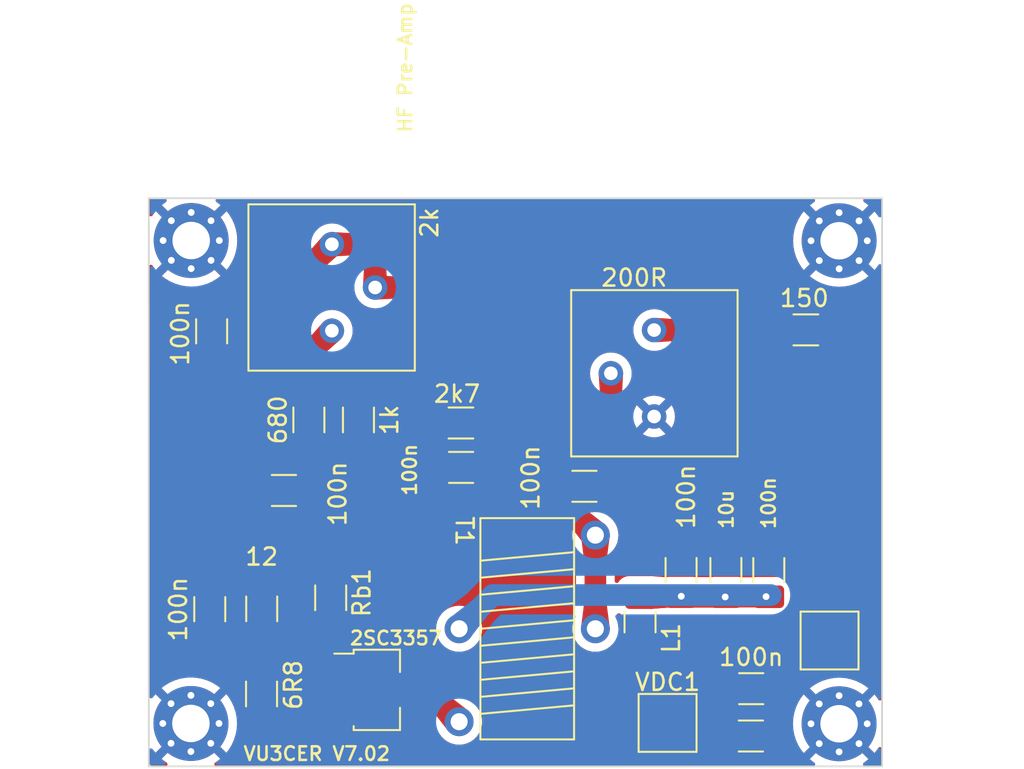
<source format=kicad_pcb>
(kicad_pcb (version 20221018) (generator pcbnew)
  (layers (0 "F.Cu" signal) (31 "B.Cu" signal) (34 "B.Paste" user) (35 "F.Paste" user) (36 "B.SilkS" user "B.Silkscreen") (37 "F.SilkS" user "F.Silkscreen") (38 "B.Mask" user) (39 "F.Mask" user) (44 "Edge.Cuts" user))
  (net 0 "")
  (net 1 "GND")
  (net 2 "Net-(IN1-In)")
  (net 3 "Net-(OUT1-In)")
  (net 4 "+12V")
  (net 5 "Net-(Q1-C)")
  (net 6 "Net-(Q1-B)")
  (net 7 "Net-(Q1-E)")
  (net 8 "Net-(C18-Pad1)")
  (net 9 "Net-(T1-AB)")
  (net 10 "Net-(C19-Pad2)")
  (net 11 "Net-(C25-Pad1)")
  (net 12 "Net-(C35-Pad1)")
  (net 13 "Net-(T1-SA)")
  (net 14 "Net-(C1-Pad2)")
  (footprint "Capacitor_SMD:C_1206_3216Metric_Pad1.33x1.80mm_HandSolder" (layer "F.Cu") (at 103.682064 101.775)
    (fp_text reference "C18" hide)
    (fp_text value "100n" (at -3.0175 0.14 90) (layer "F.SilkS") (effects (font (size 0.8 0.8))))
    (fp_line (start -0.711252 -0.91) (end 0.711252 -0.91) (stroke (width 0.12)) (layer "F.SilkS"))
    (fp_line (start -0.711252 0.91) (end 0.711252 0.91) (stroke (width 0.12)) (layer "F.SilkS"))
    (pad "1" smd roundrect (at -1.5625 0) (size 1.325 1.8) (layers "F.Cu" "F.Paste" "F.Mask") (roundrect_rratio 0.1886792453) (net 8 "Net-(C18-Pad1)"))
    (pad "2" smd roundrect (at 1.5625 0) (size 1.325 1.8) (layers "F.Cu" "F.Paste" "F.Mask") (roundrect_rratio 0.1886792453) (net 9 "Net-(T1-AB)"))
  )
  (footprint "Resistor_SMD:R_1206_3216Metric_Pad1.30x1.75mm_HandSolder" (layer "F.Cu") (at 103.672064 99.165 180)
    (fp_text reference "R5" hide)
    (fp_text value "2k7" (at 0.23 1.71 180) (layer "F.SilkS"))
    (fp_line (start -0.727064 -0.91) (end 0.727064 -0.91) (stroke (width 0.12)) (layer "F.SilkS"))
    (fp_line (start -0.727064 0.91) (end 0.727064 0.91) (stroke (width 0.12)) (layer "F.SilkS"))
    (pad "1" smd roundrect (at -1.55 0 180) (size 1.3 1.75) (layers "F.Cu" "F.Paste" "F.Mask") (roundrect_rratio 0.1923076923) (net 9 "Net-(T1-AB)"))
    (pad "2" smd roundrect (at 1.55 0 180) (size 1.3 1.75) (layers "F.Cu" "F.Paste" "F.Mask") (roundrect_rratio 0.1923076923) (net 8 "Net-(C18-Pad1)"))
  )
  (footprint "Resistor_SMD:R_1206_3216Metric_Pad1.30x1.75mm_HandSolder" (layer "F.Cu") (at 123.924564 93.695 180)
    (fp_text reference "R1" hide)
    (fp_text value "150" (at 0.09 1.86) (layer "F.SilkS"))
    (fp_line (start -0.727064 -0.91) (end 0.727064 -0.91) (stroke (width 0.12)) (layer "F.SilkS"))
    (fp_line (start -0.727064 0.91) (end 0.727064 0.91) (stroke (width 0.12)) (layer "F.SilkS"))
    (pad "1" smd roundrect (at -1.55 0 180) (size 1.3 1.75) (layers "F.Cu" "F.Paste" "F.Mask") (roundrect_rratio 0.1923076923) (net 1 "GND"))
    (pad "2" smd roundrect (at 1.55 0 180) (size 1.3 1.75) (layers "F.Cu" "F.Paste" "F.Mask") (roundrect_rratio 0.1923076923) (net 3 "Net-(OUT1-In)"))
  )
  (footprint "footprints:FT50-43 Transformer" (layer "F.Cu") (at 107.564564 119.255 180)
    (fp_text reference "T1" (at 3.69 13.74 270 unlocked) (layer "F.SilkS"))
    (fp_text value "XFMR" hide)
    (fp_line (start -2.75 1.5) (end 2.75 1.5) (stroke (width 0.12)) (layer "F.SilkS"))
    (fp_line (start -2.75 3.5) (end 2.75 3) (stroke (width 0.12)) (layer "F.SilkS"))
    (fp_line (start -2.75 4.5) (end 2.75 4) (stroke (width 0.12)) (layer "F.SilkS"))
    (fp_line (start -2.75 5.5) (end 2.75 5) (stroke (width 0.12)) (layer "F.SilkS"))
    (fp_line (start -2.75 6.5) (end 2.75 6) (stroke (width 0.12)) (layer "F.SilkS"))
    (fp_line (start -2.75 7.5) (end 2.75 7) (stroke (width 0.12)) (layer "F.SilkS"))
    (fp_line (start -2.75 8.5) (end 2.75 8) (stroke (width 0.12)) (layer "F.SilkS"))
    (fp_line (start -2.75 9.5) (end 2.75 9) (stroke (width 0.12)) (layer "F.SilkS"))
    (fp_line (start -2.75 10.5) (end 2.75 10) (stroke (width 0.12)) (layer "F.SilkS"))
    (fp_line (start -2.75 11.5) (end 2.75 11) (stroke (width 0.12)) (layer "F.SilkS"))
    (fp_line (start -2.75 12.5) (end 2.75 12) (stroke (width 0.12)) (layer "F.SilkS"))
    (fp_line (start -2.75 14.5) (end -2.75 1.5) (stroke (width 0.12)) (layer "F.SilkS"))
    (fp_line (start 2.75 1.5) (end 2.75 14.5) (stroke (width 0.12)) (layer "F.SilkS"))
    (fp_line (start 2.75 14.5) (end -2.75 14.5) (stroke (width 0.12)) (layer "F.SilkS"))
    (pad "1" thru_hole circle (at 4 2.54 180) (size 1.7 1.7) (drill 1) (layers "*.Cu" "*.Mask") (net 5 "Net-(Q1-C)"))
    (pad "2" thru_hole circle (at -4 13.5 180) (size 1.7 1.7) (drill 1) (layers "*.Cu" "*.Mask") (net 9 "Net-(T1-AB)"))
    (pad "3" thru_hole circle (at 4 8 180) (size 1.7 1.7) (drill 1) (layers "*.Cu" "*.Mask") (net 13 "Net-(T1-SA)"))
    (pad "4" thru_hole circle (at -4 8 180) (size 1.7 1.7) (drill 1) (layers "*.Cu" "*.Mask") (net 9 "Net-(T1-AB)"))
  )
  (footprint "TestPoint:TestPoint_Pad_3.0x3.0mm" (layer "F.Cu") (at 115.804564 116.785)
    (fp_text reference "VDC1" (at 0 -2.398) (layer "F.SilkS"))
    (fp_text value "Conn_01x01" hide)
    (fp_line (start -1.7 -1.7) (end 1.7 -1.7) (stroke (width 0.12)) (layer "F.SilkS"))
    (fp_line (start -1.7 1.7) (end -1.7 -1.7) (stroke (width 0.12)) (layer "F.SilkS"))
    (fp_line (start 1.7 -1.7) (end 1.7 1.7) (stroke (width 0.12)) (layer "F.SilkS"))
    (fp_line (start 1.7 1.7) (end -1.7 1.7) (stroke (width 0.12)) (layer "F.SilkS"))
    (pad "1" smd rect (at 0 0) (size 3 3) (layers "F.Cu" "F.Mask") (net 4 "+12V"))
  )
  (footprint "Capacitor_SMD:C_1206_3216Metric_Pad1.33x1.80mm_HandSolder" (layer "F.Cu") (at 93.28 103.13)
    (fp_text reference "C1" hide)
    (fp_text value "100n" (at 3.154564 0.195 90) (layer "F.SilkS"))
    (fp_line (start -0.711252 -0.91) (end 0.711252 -0.91) (stroke (width 0.12)) (layer "F.SilkS"))
    (fp_line (start -0.711252 0.91) (end 0.711252 0.91) (stroke (width 0.12)) (layer "F.SilkS"))
    (pad "1" smd roundrect (at -1.5625 0) (size 1.325 1.8) (layers "F.Cu" "F.Paste" "F.Mask") (roundrect_rratio 0.1886792453) (net 2 "Net-(IN1-In)"))
    (pad "2" smd roundrect (at 1.5625 0) (size 1.325 1.8) (layers "F.Cu" "F.Paste" "F.Mask") (roundrect_rratio 0.1886792453) (net 14 "Net-(C1-Pad2)"))
  )
  (footprint "Resistor_SMD:R_1206_3216Metric_Pad1.30x1.75mm_HandSolder" (layer "F.Cu") (at 91.964564 115.085 -90)
    (fp_text reference "R8" hide)
    (fp_text value "6R8" (at -0.53 -1.86 90) (layer "F.SilkS"))
    (fp_line (start -0.727064 -0.91) (end 0.727064 -0.91) (stroke (width 0.12)) (layer "F.SilkS"))
    (fp_line (start -0.727064 0.91) (end 0.727064 0.91) (stroke (width 0.12)) (layer "F.SilkS"))
    (pad "1" smd roundrect (at -1.55 0 270) (size 1.3 1.75) (layers "F.Cu" "F.Paste" "F.Mask") (roundrect_rratio 0.1923076923) (net 10 "Net-(C19-Pad2)"))
    (pad "2" smd roundrect (at 1.55 0 270) (size 1.3 1.75) (layers "F.Cu" "F.Paste" "F.Mask") (roundrect_rratio 0.1923076923) (net 7 "Net-(Q1-E)"))
  )
  (footprint "Capacitor_SMD:C_1206_3216Metric_Pad1.33x1.80mm_HandSolder" (layer "F.Cu") (at 120.714564 114.775 180)
    (fp_text reference "C23" hide)
    (fp_text value "100n" (at 0 1.85) (layer "F.SilkS"))
    (fp_line (start -0.711252 -0.91) (end 0.711252 -0.91) (stroke (width 0.12)) (layer "F.SilkS"))
    (fp_line (start -0.711252 0.91) (end 0.711252 0.91) (stroke (width 0.12)) (layer "F.SilkS"))
    (pad "1" smd roundrect (at -1.5625 0 180) (size 1.325 1.8) (layers "F.Cu" "F.Paste" "F.Mask") (roundrect_rratio 0.1886792453) (net 1 "GND"))
    (pad "2" smd roundrect (at 1.5625 0 180) (size 1.325 1.8) (layers "F.Cu" "F.Paste" "F.Mask") (roundrect_rratio 0.1886792453) (net 4 "+12V"))
  )
  (footprint "footprints:SMA_EDGELAUNCH_Modded" (layer "F.Cu") (at 127.444564 101.345 180)
    (fp_text reference "OUT1" hide)
    (fp_text value "SMA" hide)
    (pad "1" smd rect (at 2.032 0 270) (size 1.27 4.064) (layers "F.Cu" "F.Mask") (net 3 "Net-(OUT1-In)"))
    (pad "2" smd rect (at 2.032 -2.54 270) (size 1.524 4.064) (layers "F.Cu" "F.Mask") (net 1 "GND"))
    (pad "2" smd rect (at 2.032 2.54 270) (size 1.524 4.064) (layers "F.Cu" "F.Mask") (net 1 "GND"))
  )
  (footprint "footprints:SMA_EDGELAUNCH_Modded" (layer "F.Cu") (at 85.918 103.09)
    (fp_text reference "IN1" hide)
    (fp_text value "SMA")
    (pad "1" smd rect (at 2.032 0 90) (size 1.27 4.064) (layers "F.Cu" "F.Mask") (net 2 "Net-(IN1-In)"))
    (pad "2" smd rect (at 2.032 -2.54 90) (size 1.524 4.064) (layers "F.Cu" "F.Mask") (net 1 "GND"))
    (pad "2" smd rect (at 2.032 2.54 90) (size 1.524 4.064) (layers "F.Cu" "F.Mask") (net 1 "GND"))
  )
  (footprint "Resistor_SMD:R_1206_3216Metric_Pad1.30x1.75mm_HandSolder" (layer "F.Cu") (at 97.654564 98.985 90)
    (fp_text reference "R7" hide)
    (fp_text value "1k" (at 0 1.82 90) (layer "F.SilkS"))
    (fp_line (start -0.727064 -0.91) (end 0.727064 -0.91) (stroke (width 0.12)) (layer "F.SilkS"))
    (fp_line (start -0.727064 0.91) (end 0.727064 0.91) (stroke (width 0.12)) (layer "F.SilkS"))
    (pad "1" smd roundrect (at -1.55 0 90) (size 1.3 1.75) (layers "F.Cu" "F.Paste" "F.Mask") (roundrect_rratio 0.1923076923) (net 14 "Net-(C1-Pad2)"))
    (pad "2" smd roundrect (at 1.55 0 90) (size 1.3 1.75) (layers "F.Cu" "F.Paste" "F.Mask") (roundrect_rratio 0.1923076923) (net 1 "GND"))
  )
  (footprint "Capacitor_SMD:C_1206_3216Metric_Pad1.33x1.80mm_HandSolder" (layer "F.Cu") (at 119.227064 107.805 -90)
    (fp_text reference "C20" hide)
    (fp_text value "10u" (at -3.5625 -0.03 -270) (layer "F.SilkS") (effects (font (size 0.8 0.8))))
    (fp_line (start -0.711252 -0.91) (end 0.711252 -0.91) (stroke (width 0.12)) (layer "F.SilkS"))
    (fp_line (start -0.711252 0.91) (end 0.711252 0.91) (stroke (width 0.12)) (layer "F.SilkS"))
    (pad "1" smd roundrect (at -1.5625 0 270) (size 1.325 1.8) (layers "F.Cu" "F.Paste" "F.Mask") (roundrect_rratio 0.1886792453) (net 1 "GND"))
    (pad "2" smd roundrect (at 1.5625 0 270) (size 1.325 1.8) (layers "F.Cu" "F.Paste" "F.Mask") (roundrect_rratio 0.1886792453) (net 13 "Net-(T1-SA)"))
  )
  (footprint "Capacitor_SMD:C_1206_3216Metric_Pad1.33x1.80mm_HandSolder" (layer "F.Cu") (at 120.694564 117.555 180)
    (fp_text reference "C24" hide)
    (fp_text value "10u" hide)
    (fp_line (start -0.711252 -0.91) (end 0.711252 -0.91) (stroke (width 0.12)) (layer "F.SilkS"))
    (fp_line (start -0.711252 0.91) (end 0.711252 0.91) (stroke (width 0.12)) (layer "F.SilkS"))
    (pad "1" smd roundrect (at -1.5625 0 180) (size 1.325 1.8) (layers "F.Cu" "F.Paste" "F.Mask") (roundrect_rratio 0.1886792453) (net 1 "GND"))
    (pad "2" smd roundrect (at 1.5625 0 180) (size 1.325 1.8) (layers "F.Cu" "F.Paste" "F.Mask") (roundrect_rratio 0.1886792453) (net 4 "+12V"))
  )
  (footprint "MountingHole:MountingHole_2.2mm_M2_Pad_Via" (layer "F.Cu") (at 87.834564 88.445)
    (fp_text reference "H1" hide)
    (fp_text value "MountingHole_Pad" hide)
    (pad "1" thru_hole circle (at -1.65 0) (size 0.7 0.7) (drill 0.4) (layers "*.Cu" "*.Mask") (net 1 "GND"))
    (pad "1" thru_hole circle (at -1.166726 -1.166726) (size 0.7 0.7) (drill 0.4) (layers "*.Cu" "*.Mask") (net 1 "GND"))
    (pad "1" thru_hole circle (at -1.166726 1.166726) (size 0.7 0.7) (drill 0.4) (layers "*.Cu" "*.Mask") (net 1 "GND"))
    (pad "1" thru_hole circle (at 0 -1.65) (size 0.7 0.7) (drill 0.4) (layers "*.Cu" "*.Mask") (net 1 "GND"))
    (pad "1" thru_hole circle (at 0 0) (size 4.4 4.4) (drill 2.2) (layers "*.Cu" "*.Mask") (net 1 "GND"))
    (pad "1" thru_hole circle (at 0 1.65) (size 0.7 0.7) (drill 0.4) (layers "*.Cu" "*.Mask") (net 1 "GND"))
    (pad "1" thru_hole circle (at 1.166726 -1.166726) (size 0.7 0.7) (drill 0.4) (layers "*.Cu" "*.Mask") (net 1 "GND"))
    (pad "1" thru_hole circle (at 1.166726 1.166726) (size 0.7 0.7) (drill 0.4) (layers "*.Cu" "*.Mask") (net 1 "GND"))
    (pad "1" thru_hole circle (at 1.65 0) (size 0.7 0.7) (drill 0.4) (layers "*.Cu" "*.Mask") (net 1 "GND"))
  )
  (footprint "Potentiometer_THT:Potentiometer_Bourns_3386P_Vertical" (layer "F.Cu") (at 96.094564 93.745)
    (fp_text reference "RV2" hide)
    (fp_text value "2k" (at 5.73 -6.35 90) (layer "F.SilkS"))
    (fp_line (start -4.9 -7.425) (end -4.9 2.345) (stroke (width 0.12)) (layer "F.SilkS"))
    (fp_line (start -4.9 -7.425) (end 4.87 -7.425) (stroke (width 0.12)) (layer "F.SilkS"))
    (fp_line (start -4.9 2.345) (end 4.87 2.345) (stroke (width 0.12)) (layer "F.SilkS"))
    (fp_line (start 4.87 -7.425) (end 4.87 2.345) (stroke (width 0.12)) (layer "F.SilkS"))
    (pad "1" thru_hole circle (at 0 0) (size 1.44 1.44) (drill 0.8) (layers "*.Cu" "*.Mask") (net 12 "Net-(C35-Pad1)"))
    (pad "2" thru_hole circle (at 2.54 -2.54) (size 1.44 1.44) (drill 0.8) (layers "*.Cu" "*.Mask") (net 8 "Net-(C18-Pad1)"))
    (pad "3" thru_hole circle (at 0 -5.08) (size 1.44 1.44) (drill 0.8) (layers "*.Cu" "*.Mask") (net 8 "Net-(C18-Pad1)"))
  )
  (footprint "Capacitor_SMD:C_1206_3216Metric_Pad1.33x1.80mm_HandSolder" (layer "F.Cu") (at 121.747064 107.8125 -90)
    (fp_text reference "C21" hide)
    (fp_text value "100n" (at -3.9425 0.01 90) (layer "F.SilkS") (effects (font (size 0.8 0.8))))
    (fp_line (start -0.711252 -0.91) (end 0.711252 -0.91) (stroke (width 0.12)) (layer "F.SilkS"))
    (fp_line (start -0.711252 0.91) (end 0.711252 0.91) (stroke (width 0.12)) (layer "F.SilkS"))
    (pad "1" smd roundrect (at -1.5625 0 270) (size 1.325 1.8) (layers "F.Cu" "F.Paste" "F.Mask") (roundrect_rratio 0.1886792453) (net 1 "GND"))
    (pad "2" smd roundrect (at 1.5625 0 270) (size 1.325 1.8) (layers "F.Cu" "F.Paste" "F.Mask") (roundrect_rratio 0.1886792453) (net 13 "Net-(T1-SA)"))
  )
  (footprint "Resistor_SMD:R_1206_3216Metric_Pad1.30x1.75mm_HandSolder" (layer "F.Cu") (at 91.974564 110.085 -90)
    (fp_text reference "R9" hide)
    (fp_text value "12" (at -3.06 0 -180) (layer "F.SilkS"))
    (fp_line (start -0.727064 -0.91) (end 0.727064 -0.91) (stroke (width 0.12)) (layer "F.SilkS"))
    (fp_line (start -0.727064 0.91) (end 0.727064 0.91) (stroke (width 0.12)) (layer "F.SilkS"))
    (pad "1" smd roundrect (at -1.55 0 270) (size 1.3 1.75) (layers "F.Cu" "F.Paste" "F.Mask") (roundrect_rratio 0.1923076923) (net 1 "GND"))
    (pad "2" smd roundrect (at 1.55 0 270) (size 1.3 1.75) (layers "F.Cu" "F.Paste" "F.Mask") (roundrect_rratio 0.1923076923) (net 10 "Net-(C19-Pad2)"))
  )
  (footprint "TestPoint:TestPoint_Pad_3.0x3.0mm" (layer "F.Cu") (at 125.314564 111.945)
    (fp_text reference "GND1" hide)
    (fp_text value "Conn_01x01" hide)
    (fp_line (start -1.7 -1.7) (end 1.7 -1.7) (stroke (width 0.12)) (layer "F.SilkS"))
    (fp_line (start -1.7 1.7) (end -1.7 -1.7) (stroke (width 0.12)) (layer "F.SilkS"))
    (fp_line (start 1.7 -1.7) (end 1.7 1.7) (stroke (width 0.12)) (layer "F.SilkS"))
    (fp_line (start 1.7 1.7) (end -1.7 1.7) (stroke (width 0.12)) (layer "F.SilkS"))
    (pad "1" smd rect (at 0 0) (size 3 3) (layers "F.Cu" "F.Mask") (net 1 "GND"))
  )
  (footprint "Capacitor_SMD:C_1206_3216Metric_Pad1.33x1.80mm_HandSolder" (layer "F.Cu") (at 88.924564 110.105 -90)
    (fp_text reference "C19" hide)
    (fp_text value "100n" (at 0 1.85 90) (layer "F.SilkS"))
    (fp_line (start -0.711252 -0.91) (end 0.711252 -0.91) (stroke (width 0.12)) (layer "F.SilkS"))
    (fp_line (start -0.711252 0.91) (end 0.711252 0.91) (stroke (width 0.12)) (layer "F.SilkS"))
    (pad "1" smd roundrect (at -1.5625 0 270) (size 1.325 1.8) (layers "F.Cu" "F.Paste" "F.Mask") (roundrect_rratio 0.1886792453) (net 1 "GND"))
    (pad "2" smd roundrect (at 1.5625 0 270) (size 1.325 1.8) (layers "F.Cu" "F.Paste" "F.Mask") (roundrect_rratio 0.1886792453) (net 10 "Net-(C19-Pad2)"))
  )
  (footprint "Package_TO_SOT_SMD:SOT-89-3_Handsoldering" (layer "F.Cu") (at 98.734564 114.845)
    (fp_text reference "Q1" hide)
    (fp_text value "2SC3357" (at 1.12 -3.04) (layer "F.SilkS") (effects (font (size 0.8 0.8))))
    (fp_line (start -2.5 -2.13) (end -1.36 -2.13) (stroke (width 0.12)) (layer "F.SilkS"))
    (fp_line (start -1.36 -2.36) (end -1.36 -2.13) (stroke (width 0.12)) (layer "F.SilkS"))
    (fp_line (start -1.36 -2.36) (end 1.36 -2.36) (stroke (width 0.12)) (layer "F.SilkS"))
    (fp_line (start -1.36 2.36) (end -1.36 2.13) (stroke (width 0.12)) (layer "F.SilkS"))
    (fp_line (start 1.36 -2.36) (end 1.36 -1.05) (stroke (width 0.12)) (layer "F.SilkS"))
    (fp_line (start 1.36 1.05) (end 1.36 2.36) (stroke (width 0.12)) (layer "F.SilkS"))
    (fp_line (start 1.36 2.36) (end -1.36 2.36) (stroke (width 0.12)) (layer "F.SilkS"))
    (pad "1" smd rect (at -2.45 -1.5) (size 2.3 0.9) (layers "F.Cu" "F.Paste" "F.Mask") (net 6 "Net-(Q1-B)"))
    (pad "2" smd custom (at -2.3625 0) (size 2.475 0.9) (layers "F.Cu" "F.Paste" "F.Mask") (net 5 "Net-(Q1-C)") (options (clearance outline) (anchor rect)) (primitives (gr_poly (pts (xy 5.3625 0.8665) (xy 1.2375 0.8665) (xy 1.2375 -0.8665) (xy 5.3625 -0.8665)) (width 0) (fill yes))))
    (pad "3" smd rect (at -2.45 1.5) (size 2.3 0.9) (layers "F.Cu" "F.Paste" "F.Mask") (net 7 "Net-(Q1-E)"))
  )
  (footprint "Resistor_SMD:R_1206_3216Metric_Pad1.30x1.75mm_HandSolder" (layer "F.Cu") (at 96.024564 109.435 -90)
    (fp_text reference "Rb1" (at -0.3 -1.82 90) (layer "F.SilkS"))
    (fp_text value "4.7" hide)
    (fp_line (start -0.727064 -0.91) (end 0.727064 -0.91) (stroke (width 0.12)) (layer "F.SilkS"))
    (fp_line (start -0.727064 0.91) (end 0.727064 0.91) (stroke (width 0.12)) (layer "F.SilkS"))
    (pad "1" smd roundrect (at -1.55 0 270) (size 1.3 1.75) (layers "F.Cu" "F.Paste" "F.Mask") (roundrect_rratio 0.192308) (net 14 "Net-(C1-Pad2)"))
    (pad "2" smd roundrect (at 1.55 0 270) (size 1.3 1.75) (layers "F.Cu" "F.Paste" "F.Mask") (roundrect_rratio 0.192308) (net 6 "Net-(Q1-B)"))
  )
  (footprint "Capacitor_SMD:C_1206_3216Metric_Pad1.33x1.80mm_HandSolder" (layer "F.Cu") (at 116.597064 107.805 -90)
    (fp_text reference "C22" hide)
    (fp_text value "100n" (at -4.3075 -0.3 -270) (layer "F.SilkS"))
    (fp_line (start -0.711252 -0.91) (end 0.711252 -0.91) (stroke (width 0.12)) (layer "F.SilkS"))
    (fp_line (start -0.711252 0.91) (end 0.711252 0.91) (stroke (width 0.12)) (layer "F.SilkS"))
    (pad "1" smd roundrect (at -1.5625 0 270) (size 1.325 1.8) (layers "F.Cu" "F.Paste" "F.Mask") (roundrect_rratio 0.1886792453) (net 1 "GND"))
    (pad "2" smd roundrect (at 1.5625 0 270) (size 1.325 1.8) (layers "F.Cu" "F.Paste" "F.Mask") (roundrect_rratio 0.1886792453) (net 13 "Net-(T1-SA)"))
  )
  (footprint "Capacitor_SMD:C_1206_3216Metric_Pad1.33x1.80mm_HandSolder" (layer "F.Cu") (at 89.034564 93.7775 90)
    (fp_text reference "C35" hide)
    (fp_text value "100n" (at -0.1275 -1.84 90) (layer "F.SilkS"))
    (fp_line (start -0.711252 -0.91) (end 0.711252 -0.91) (stroke (width 0.12)) (layer "F.SilkS"))
    (fp_line (start -0.711252 0.91) (end 0.711252 0.91) (stroke (width 0.12)) (layer "F.SilkS"))
    (pad "1" smd roundrect (at -1.5625 0 90) (size 1.325 1.8) (layers "F.Cu" "F.Paste" "F.Mask") (roundrect_rratio 0.1886792453) (net 12 "Net-(C35-Pad1)"))
    (pad "2" smd roundrect (at 1.5625 0 90) (size 1.325 1.8) (layers "F.Cu" "F.Paste" "F.Mask") (roundrect_rratio 0.1886792453) (net 8 "Net-(C18-Pad1)"))
  )
  (footprint "Capacitor_SMD:C_1206_3216Metric_Pad1.33x1.80mm_HandSolder" (layer "F.Cu") (at 110.922064 102.885 180)
    (fp_text reference "C25" hide)
    (fp_text value "100n" (at 3.1575 0.51 90) (layer "F.SilkS"))
    (fp_line (start -0.711252 -0.91) (end 0.711252 -0.91) (stroke (width 0.12)) (layer "F.SilkS"))
    (fp_line (start -0.711252 0.91) (end 0.711252 0.91) (stroke (width 0.12)) (layer "F.SilkS"))
    (pad "1" smd roundrect (at -1.5625 0 180) (size 1.325 1.8) (layers "F.Cu" "F.Paste" "F.Mask") (roundrect_rratio 0.1886792453) (net 11 "Net-(C25-Pad1)"))
    (pad "2" smd roundrect (at 1.5625 0 180) (size 1.325 1.8) (layers "F.Cu" "F.Paste" "F.Mask") (roundrect_rratio 0.1886792453) (net 9 "Net-(T1-AB)"))
  )
  (footprint "MountingHole:MountingHole_2.2mm_M2_Pad_Via" (layer "F.Cu") (at 125.877838 88.458274)
    (fp_text reference "H2" hide)
    (fp_text value "MountingHole_Pad" hide)
    (pad "1" thru_hole circle (at -1.65 0) (size 0.7 0.7) (drill 0.4) (layers "*.Cu" "*.Mask") (net 1 "GND"))
    (pad "1" thru_hole circle (at -1.166726 -1.166726) (size 0.7 0.7) (drill 0.4) (layers "*.Cu" "*.Mask") (net 1 "GND"))
    (pad "1" thru_hole circle (at -1.166726 1.166726) (size 0.7 0.7) (drill 0.4) (layers "*.Cu" "*.Mask") (net 1 "GND"))
    (pad "1" thru_hole circle (at 0 -1.65) (size 0.7 0.7) (drill 0.4) (layers "*.Cu" "*.Mask") (net 1 "GND"))
    (pad "1" thru_hole circle (at 0 0) (size 4.4 4.4) (drill 2.2) (layers "*.Cu" "*.Mask") (net 1 "GND"))
    (pad "1" thru_hole circle (at 0 1.65) (size 0.7 0.7) (drill 0.4) (layers "*.Cu" "*.Mask") (net 1 "GND"))
    (pad "1" thru_hole circle (at 1.166726 -1.166726) (size 0.7 0.7) (drill 0.4) (layers "*.Cu" "*.Mask") (net 1 "GND"))
    (pad "1" thru_hole circle (at 1.166726 1.166726) (size 0.7 0.7) (drill 0.4) (layers "*.Cu" "*.Mask") (net 1 "GND"))
    (pad "1" thru_hole circle (at 1.65 0) (size 0.7 0.7) (drill 0.4) (layers "*.Cu" "*.Mask") (net 1 "GND"))
  )
  (footprint "Potentiometer_THT:Potentiometer_Bourns_3386P_Vertical" (layer "F.Cu") (at 115.014564 93.705 180)
    (fp_text reference "RV1" hide)
    (fp_text value "200R" (at 1.17 3.07) (layer "F.SilkS"))
    (fp_line (start -4.9 -7.425) (end -4.9 2.345) (stroke (width 0.12)) (layer "F.SilkS"))
    (fp_line (start -4.9 -7.425) (end 4.87 -7.425) (stroke (width 0.12)) (layer "F.SilkS"))
    (fp_line (start -4.9 2.345) (end 4.87 2.345) (stroke (width 0.12)) (layer "F.SilkS"))
    (fp_line (start 4.87 -7.425) (end 4.87 2.345) (stroke (width 0.12)) (layer "F.SilkS"))
    (pad "1" thru_hole circle (at 0 0 180) (size 1.44 1.44) (drill 0.8) (layers "*.Cu" "*.Mask") (net 3 "Net-(OUT1-In)"))
    (pad "2" thru_hole circle (at 2.54 -2.54 180) (size 1.44 1.44) (drill 0.8) (layers "*.Cu" "*.Mask") (net 11 "Net-(C25-Pad1)"))
    (pad "3" thru_hole circle (at 0 -5.08 180) (size 1.44 1.44) (drill 0.8) (layers "*.Cu" "*.Mask") (net 1 "GND"))
  )
  (footprint "Inductor_SMD:L_1206_3216Metric_Pad1.42x1.75mm_HandSolder" (layer "F.Cu") (at 114.187064 110.865 -90)
    (fp_text reference "L1" (at 0.94 -1.83 90) (layer "F.SilkS"))
    (fp_text value "600 @ 100 MHz" hide)
    (fp_line (start -0.602064 -0.91) (end 0.602064 -0.91) (stroke (width 0.12)) (layer "F.SilkS"))
    (fp_line (start -0.602064 0.91) (end 0.602064 0.91) (stroke (width 0.12)) (layer "F.SilkS"))
    (pad "1" smd roundrect (at -1.4875 0 270) (size 1.425 1.75) (layers "F.Cu" "F.Paste" "F.Mask") (roundrect_rratio 0.1754392982) (net 13 "Net-(T1-SA)"))
    (pad "2" smd roundrect (at 1.4875 0 270) (size 1.425 1.75) (layers "F.Cu" "F.Paste" "F.Mask") (roundrect_rratio 0.1754392982) (net 4 "+12V"))
  )
  (footprint "MountingHole:MountingHole_2.2mm_M2_Pad_Via" (layer "F.Cu") (at 87.817838 116.818274)
    (fp_text reference "H3" hide)
    (fp_text value "MountingHole_Pad" hide)
    (pad "1" thru_hole circle (at -1.65 0) (size 0.7 0.7) (drill 0.4) (layers "*.Cu" "*.Mask") (net 1 "GND"))
    (pad "1" thru_hole circle (at -1.166726 -1.166726) (size 0.7 0.7) (drill 0.4) (layers "*.Cu" "*.Mask") (net 1 "GND"))
    (pad "1" thru_hole circle (at -1.166726 1.166726) (size 0.7 0.7) (drill 0.4) (layers "*.Cu" "*.Mask") (net 1 "GND"))
    (pad "1" thru_hole circle (at 0 -1.65) (size 0.7 0.7) (drill 0.4) (layers "*.Cu" "*.Mask") (net 1 "GND"))
    (pad "1" thru_hole circle (at 0 0) (size 4.4 4.4) (drill 2.2) (layers "*.Cu" "*.Mask") (net 1 "GND"))
    (pad "1" thru_hole circle (at 0 1.65) (size 0.7 0.7) (drill 0.4) (layers "*.Cu" "*.Mask") (net 1 "GND"))
    (pad "1" thru_hole circle (at 1.166726 -1.166726) (size 0.7 0.7) (drill 0.4) (layers "*.Cu" "*.Mask") (net 1 "GND"))
    (pad "1" thru_hole circle (at 1.166726 1.166726) (size 0.7 0.7) (drill 0.4) (layers "*.Cu" "*.Mask") (net 1 "GND"))
    (pad "1" thru_hole circle (at 1.65 0) (size 0.7 0.7) (drill 0.4) (layers "*.Cu" "*.Mask") (net 1 "GND"))
  )
  (footprint "Resistor_SMD:R_1206_3216Metric_Pad1.30x1.75mm_HandSolder" (layer "F.Cu") (at 94.744564 98.985 -90)
    (fp_text reference "R6" hide)
    (fp_text value "680" (at 0 1.82 90) (layer "F.SilkS"))
    (fp_line (start -0.727064 -0.91) (end 0.727064 -0.91) (stroke (width 0.12)) (layer "F.SilkS"))
    (fp_line (start -0.727064 0.91) (end 0.727064 0.91) (stroke (width 0.12)) (layer "F.SilkS"))
    (pad "1" smd roundrect (at -1.55 0 270) (size 1.3 1.75) (layers "F.Cu" "F.Paste" "F.Mask") (roundrect_rratio 0.1923076923) (net 12 "Net-(C35-Pad1)"))
    (pad "2" smd roundrect (at 1.55 0 270) (size 1.3 1.75) (layers "F.Cu" "F.Paste" "F.Mask") (roundrect_rratio 0.1923076923) (net 14 "Net-(C1-Pad2)"))
  )
  (footprint "MountingHole:MountingHole_2.2mm_M2_Pad_Via" (layer "F.Cu") (at 125.874564 116.835)
    (fp_text reference "H4" hide)
    (fp_text value "MountingHole_Pad" hide)
    (pad "1" thru_hole circle (at -1.65 0) (size 0.7 0.7) (drill 0.4) (layers "*.Cu" "*.Mask") (net 1 "GND"))
    (pad "1" thru_hole circle (at -1.166726 -1.166726) (size 0.7 0.7) (drill 0.4) (layers "*.Cu" "*.Mask") (net 1 "GND"))
    (pad "1" thru_hole circle (at -1.166726 1.166726) (size 0.7 0.7) (drill 0.4) (layers "*.Cu" "*.Mask") (net 1 "GND"))
    (pad "1" thru_hole circle (at 0 -1.65) (size 0.7 0.7) (drill 0.4) (layers "*.Cu" "*.Mask") (net 1 "GND"))
    (pad "1" thru_hole circle (at 0 0) (size 4.4 4.4) (drill 2.2) (layers "*.Cu" "*.Mask") (net 1 "GND"))
    (pad "1" thru_hole circle (at 0 1.65) (size 0.7 0.7) (drill 0.4) (layers "*.Cu" "*.Mask") (net 1 "GND"))
    (pad "1" thru_hole circle (at 1.166726 -1.166726) (size 0.7 0.7) (drill 0.4) (layers "*.Cu" "*.Mask") (net 1 "GND"))
    (pad "1" thru_hole circle (at 1.166726 1.166726) (size 0.7 0.7) (drill 0.4) (layers "*.Cu" "*.Mask") (net 1 "GND"))
    (pad "1" thru_hole circle (at 1.65 0) (size 0.7 0.7) (drill 0.4) (layers "*.Cu" "*.Mask") (net 1 "GND"))
  )
  (gr_rect (start 85.344 85.963) (end 128.3986 119.338) (stroke (width 0.1)) (fill none) (layer "Edge.Cuts"))
  (gr_text "HF Pre-Amp" (at 100.864564 82.185 90) (layer "F.SilkS") (effects (font (size 0.8 0.8)) (justify left bottom)))
  (gr_text "VU3CER V7.02" (at 90.824564 119.065) (layer "F.SilkS") (effects (font (size 0.8 0.8) (thickness 0.15) bold) (justify left bottom)))
  (segment (start 91.7175 103.13) (end 87.99 103.13) (width 1.27) (layer "F.Cu") (net 2))
  (segment (start 87.99 103.13) (end 87.95 103.09) (width 1.27) (layer "F.Cu") (net 2))
  (segment (start 122.374564 100.875) (end 122.844564 101.345) (width 1.27) (layer "F.Cu") (net 3))
  (segment (start 122.374564 93.695) (end 122.374564 100.875) (width 1.27) (layer "F.Cu") (net 3))
  (segment (start 115.014564 93.705) (end 122.364564 93.705) (width 1.27) (layer "F.Cu") (net 3))
  (segment (start 122.844564 101.345) (end 125.412564 101.345) (width 1.27) (layer "F.Cu") (net 3))
  (segment (start 119.152064 114.775) (end 119.152064 117.535) (width 1.27) (layer "F.Cu") (net 4))
  (segment (start 115.514564 112.3625) (end 115.514564 116.495) (width 1.27) (layer "F.Cu") (net 4))
  (segment (start 119.132064 117.555) (end 116.574564 117.555) (width 1.27) (layer "F.Cu") (net 4))
  (segment (start 115.514564 112.3625) (end 114.197064 112.3625) (width 1.27) (layer "F.Cu") (net 4))
  (segment (start 96.372064 114.845) (end 101.694564 114.845) (width 1.27) (layer "F.Cu") (net 5))
  (segment (start 101.694564 114.845) (end 103.564564 116.715) (width 1.27) (layer "F.Cu") (net 5))
  (segment (start 96.284564 111.245) (end 96.024564 110.985) (width 1.27) (layer "F.Cu") (net 6))
  (segment (start 96.284564 113.345) (end 96.284564 111.245) (width 1.27) (layer "F.Cu") (net 6))
  (segment (start 91.964564 116.635) (end 95.994564 116.635) (width 1.27) (layer "F.Cu") (net 7))
  (segment (start 95.994564 116.635) (end 96.284564 116.345) (width 1.27) (layer "F.Cu") (net 7))
  (segment (start 98.634564 88.975) (end 98.634564 91.205) (width 1.27) (layer "F.Cu") (net 8))
  (segment (start 98.634564 91.205) (end 101.864564 91.205) (width 1.27) (layer "F.Cu") (net 8))
  (segment (start 98.324564 88.665) (end 98.634564 88.975) (width 1.27) (layer "F.Cu") (net 8))
  (segment (start 102.119564 91.46) (end 102.119564 101.775) (width 1.27) (layer "F.Cu") (net 8))
  (segment (start 92.544564 92.215) (end 96.094564 88.665) (width 1.27) (layer "F.Cu") (net 8))
  (segment (start 101.864564 91.205) (end 102.119564 91.46) (width 1.27) (layer "F.Cu") (net 8))
  (segment (start 96.094564 88.665) (end 98.324564 88.665) (width 1.27) (layer "F.Cu") (net 8))
  (segment (start 89.034564 92.215) (end 92.544564 92.215) (width 1.27) (layer "F.Cu") (net 8))
  (segment (start 105.244564 99.1875) (end 105.222064 99.165) (width 1.27) (layer "F.Cu") (net 9))
  (segment (start 111.564564 105.755) (end 111.564564 111.255) (width 1.27) (layer "F.Cu") (net 9))
  (segment (start 109.359564 102.885) (end 109.359564 103.55) (width 1.27) (layer "F.Cu") (net 9))
  (segment (start 105.244564 101.775) (end 105.244564 99.1875) (width 1.27) (layer "F.Cu") (net 9))
  (segment (start 109.359564 102.885) (end 106.354564 102.885) (width 1.27) (layer "F.Cu") (net 9))
  (segment (start 109.359564 103.55) (end 111.564564 105.755) (width 1.27) (layer "F.Cu") (net 9))
  (segment (start 106.354564 102.885) (end 105.244564 101.775) (width 1.27) (layer "F.Cu") (net 9))
  (segment (start 91.942064 111.6675) (end 91.974564 111.635) (width 1.27) (layer "F.Cu") (net 10))
  (segment (start 91.974564 111.635) (end 91.974564 113.525) (width 1.27) (layer "F.Cu") (net 10))
  (segment (start 88.924564 111.6675) (end 91.942064 111.6675) (width 1.27) (layer "F.Cu") (net 10))
  (segment (start 112.484564 102.885) (end 112.484564 96.255) (width 1.27) (layer "F.Cu") (net 11))
  (segment (start 94.744564 97.435) (end 94.744564 95.095) (width 1.27) (layer "F.Cu") (net 12))
  (segment (start 94.499564 95.34) (end 94.744564 95.095) (width 1.27) (layer "F.Cu") (net 12))
  (segment (start 94.744564 95.095) (end 96.094564 93.745) (width 1.27) (layer "F.Cu") (net 12))
  (segment (start 89.034564 95.34) (end 94.499564 95.34) (width 1.27) (layer "F.Cu") (net 12))
  (segment (start 119.227064 109.3675) (end 121.584564 109.3675) (width 1.27) (layer "F.Cu") (net 13))
  (segment (start 114.187064 109.3775) (end 119.179564 109.3775) (width 1.27) (layer "F.Cu") (net 13))
  (segment (start 116.607064 109.345) (end 119.227064 109.3675) (width 1.27) (layer "F.Cu") (net 13))
  (segment (start 114.187064 109.3775) (end 116.587064 109.3775) (width 1.27) (layer "F.Cu") (net 13))
  (via (at 121.587064 109.365) (size 0.8) (drill 0.4) (layers "F.Cu" "B.Cu") (net 13))
  (via (at 119.187064 109.385) (size 0.8) (drill 0.4) (layers "F.Cu" "B.Cu") (net 13))
  (via (at 116.607064 109.345) (size 0.8) (drill 0.4) (layers "F.Cu" "B.Cu") (net 13))
  (segment (start 105.544564 109.275) (end 103.564564 111.255) (width 1.27) (layer "B.Cu") (net 13))
  (segment (start 105.544564 109.275) (end 121.867064 109.275) (width 1.27) (layer "B.Cu") (net 13))
  (segment (start 94.8425 103.13) (end 94.8425 104.505) (width 1) (layer "F.Cu") (net 14))
  (segment (start 94.744564 100.535) (end 97.654564 100.535) (width 1.27) (layer "F.Cu") (net 14))
  (segment (start 94.8425 104.505) (end 94.8425 106.702936) (width 1) (layer "F.Cu") (net 14))
  (segment (start 94.72 102.63) (end 94.72 101.615) (width 1.27) (layer "F.Cu") (net 14))
  (segment (start 94.72 101.615) (end 94.72 100.559564) (width 1.27) (layer "F.Cu") (net 14))
  (segment (start 94.8425 106.702936) (end 96.024564 107.885) (width 1) (layer "F.Cu") (net 14))
  (zone (net 1) (net_name "GND") (layer "F.Cu") (connect_pads (clearance 0.5)) (min_thickness 0.25) (fill yes (thermal_gap 0.5) (thermal_bridge_width 0.5))
    (polygon (pts (xy 85.314 85.967) (xy 128.316 85.897) (xy 128.446 119.278) (xy 85.444 119.348)))
  )
  (zone (net 1) (net_name "GND") (layer "B.Cu") (priority 1) (connect_pads (clearance 0.5)) (min_thickness 0.25) (fill yes (thermal_gap 0.5) (thermal_bridge_width 0.5))
    (polygon (pts (xy 85.41 85.9) (xy 85.35 119.27) (xy 128.35 119.35) (xy 128.41 85.98)))
  )
)
</source>
